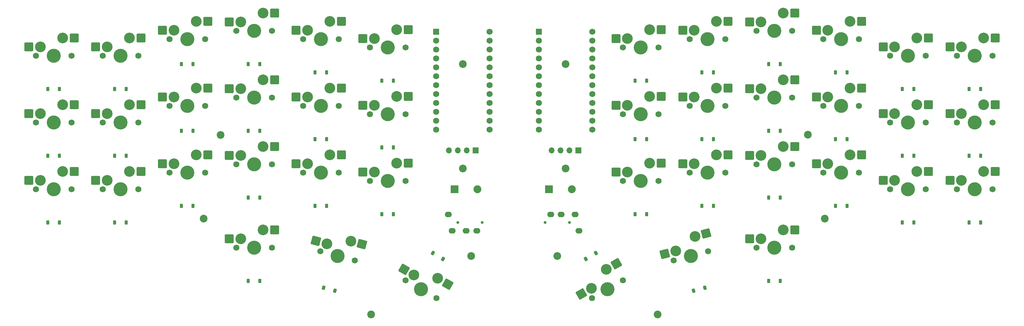
<source format=gbr>
%TF.GenerationSoftware,KiCad,Pcbnew,9.0.6*%
%TF.CreationDate,2025-12-07T00:05:39-06:00*%
%TF.ProjectId,SplitKeyboard,53706c69-744b-4657-9962-6f6172642e6b,rev?*%
%TF.SameCoordinates,Original*%
%TF.FileFunction,Soldermask,Bot*%
%TF.FilePolarity,Negative*%
%FSLAX46Y46*%
G04 Gerber Fmt 4.6, Leading zero omitted, Abs format (unit mm)*
G04 Created by KiCad (PCBNEW 9.0.6) date 2025-12-07 00:05:39*
%MOMM*%
%LPD*%
G01*
G04 APERTURE LIST*
G04 Aperture macros list*
%AMRoundRect*
0 Rectangle with rounded corners*
0 $1 Rounding radius*
0 $2 $3 $4 $5 $6 $7 $8 $9 X,Y pos of 4 corners*
0 Add a 4 corners polygon primitive as box body*
4,1,4,$2,$3,$4,$5,$6,$7,$8,$9,$2,$3,0*
0 Add four circle primitives for the rounded corners*
1,1,$1+$1,$2,$3*
1,1,$1+$1,$4,$5*
1,1,$1+$1,$6,$7*
1,1,$1+$1,$8,$9*
0 Add four rect primitives between the rounded corners*
20,1,$1+$1,$2,$3,$4,$5,0*
20,1,$1+$1,$4,$5,$6,$7,0*
20,1,$1+$1,$6,$7,$8,$9,0*
20,1,$1+$1,$8,$9,$2,$3,0*%
G04 Aperture macros list end*
%ADD10C,1.750000*%
%ADD11C,3.050000*%
%ADD12C,4.000000*%
%ADD13RoundRect,0.250000X-1.025000X-1.000000X1.025000X-1.000000X1.025000X1.000000X-1.025000X1.000000X0*%
%ADD14C,2.200000*%
%ADD15RoundRect,0.250000X-1.387676X-0.353525X0.387676X-1.378525X1.387676X0.353525X-0.387676X1.378525X0*%
%ADD16R,1.752600X1.752600*%
%ADD17C,1.752600*%
%ADD18C,0.800000*%
%ADD19O,2.000000X1.600000*%
%ADD20R,2.250000X2.250000*%
%ADD21C,2.250000*%
%ADD22RoundRect,0.250000X-0.387676X-1.378525X1.387676X-0.353525X0.387676X1.378525X-1.387676X0.353525X0*%
%ADD23RoundRect,0.250000X-0.731255X-1.231215X1.248893X-0.700636X0.731255X1.231215X-1.248893X0.700636X0*%
%ADD24R,1.700000X1.700000*%
%ADD25O,1.700000X1.700000*%
%ADD26RoundRect,0.250000X-1.248893X-0.700636X0.731255X-1.231215X1.248893X0.700636X-0.731255X1.231215X0*%
%ADD27RoundRect,0.225000X0.225000X0.375000X-0.225000X0.375000X-0.225000X-0.375000X0.225000X-0.375000X0*%
%ADD28RoundRect,0.225000X0.007356X0.437260X-0.382356X0.212260X-0.007356X-0.437260X0.382356X-0.212260X0*%
%ADD29RoundRect,0.225000X0.314390X0.303988X-0.120276X0.420456X-0.314390X-0.303988X0.120276X-0.420456X0*%
%ADD30RoundRect,0.225000X0.382356X0.212260X-0.007356X0.437260X-0.382356X-0.212260X0.007356X-0.437260X0*%
%ADD31RoundRect,0.225000X0.120276X0.420456X-0.314390X0.303988X-0.120276X-0.420456X0.314390X-0.303988X0*%
G04 APERTURE END LIST*
D10*
%TO.C,SW22*%
X180435404Y-68887721D03*
D11*
X181705404Y-66347721D03*
D12*
X185515404Y-68887721D03*
D11*
X188055404Y-63807721D03*
D10*
X190595404Y-68887721D03*
D13*
X178430404Y-66347721D03*
X191357404Y-63807721D03*
%TD*%
D14*
%TO.C,H6*%
X134768750Y-73650000D03*
%TD*%
D10*
%TO.C,SW21*%
X118463091Y-135403750D03*
D11*
X120832943Y-133839046D03*
D12*
X122862500Y-137943750D03*
D11*
X127602205Y-134814341D03*
D10*
X127261909Y-140483750D03*
D15*
X117996710Y-132201545D03*
X130461820Y-136465341D03*
%TD*%
D14*
%TO.C,H9*%
X137150000Y-128418750D03*
%TD*%
D10*
%TO.C,SW37*%
X237585404Y-104606471D03*
D11*
X238855404Y-102066471D03*
D12*
X242665404Y-104606471D03*
D11*
X245205404Y-99526471D03*
D10*
X247745404Y-104606471D03*
D13*
X235580404Y-102066471D03*
X248507404Y-99526471D03*
%TD*%
D14*
%TO.C,H3*%
X190277904Y-145087721D03*
%TD*%
D10*
%TO.C,SW1*%
X13007500Y-71268750D03*
D11*
X14277500Y-68728750D03*
D12*
X18087500Y-71268750D03*
D11*
X20627500Y-66188750D03*
D10*
X23167500Y-71268750D03*
D13*
X11002500Y-68728750D03*
X23929500Y-66188750D03*
%TD*%
D16*
%TO.C,U2*%
X127148750Y-64442500D03*
D17*
X127148750Y-66982500D03*
X127148750Y-69522500D03*
X127148750Y-72062500D03*
X127148750Y-74602500D03*
X127148750Y-77142500D03*
X127148750Y-79682500D03*
X127148750Y-82222500D03*
X127148750Y-84762500D03*
X127148750Y-87302500D03*
X127148750Y-89842500D03*
X127148750Y-92382500D03*
X142388750Y-92382500D03*
X142388750Y-89842500D03*
X142388750Y-87302500D03*
X142388750Y-84762500D03*
X142388750Y-82222500D03*
X142388750Y-79682500D03*
X142388750Y-77142500D03*
X142388750Y-74602500D03*
X142388750Y-72062500D03*
X142388750Y-69522500D03*
X142388750Y-66982500D03*
X142388750Y-64442500D03*
%TD*%
D14*
%TO.C,H8*%
X108575000Y-145087500D03*
%TD*%
D18*
%TO.C,U4*%
X158190403Y-118893971D03*
X165190404Y-118893971D03*
D19*
X167890404Y-121193970D03*
X166790404Y-116593970D03*
X162790403Y-116593971D03*
X159790405Y-116593972D03*
%TD*%
D10*
%TO.C,SW36*%
X218535404Y-102225221D03*
D11*
X219805404Y-99685221D03*
D12*
X223615404Y-102225221D03*
D11*
X226155404Y-97145221D03*
D10*
X228695404Y-102225221D03*
D13*
X216530404Y-99685221D03*
X229457404Y-97145221D03*
%TD*%
D10*
%TO.C,SW23*%
X199485404Y-66506471D03*
D11*
X200755404Y-63966471D03*
D12*
X204565404Y-66506471D03*
D11*
X207105404Y-61426471D03*
D10*
X209645404Y-66506471D03*
D13*
X197480404Y-63966471D03*
X210407404Y-61426471D03*
%TD*%
D10*
%TO.C,SW35*%
X199485404Y-104606471D03*
D11*
X200755404Y-102066471D03*
D12*
X204565404Y-104606471D03*
D11*
X207105404Y-99526471D03*
D10*
X209645404Y-104606471D03*
D13*
X197480404Y-102066471D03*
X210407404Y-99526471D03*
%TD*%
D10*
%TO.C,SW16*%
X70157500Y-102225000D03*
D11*
X71427500Y-99685000D03*
D12*
X75237500Y-102225000D03*
D11*
X77777500Y-97145000D03*
D10*
X80317500Y-102225000D03*
D13*
X68152500Y-99685000D03*
X81079500Y-97145000D03*
%TD*%
D10*
%TO.C,SW15*%
X51107500Y-104606250D03*
D11*
X52377500Y-102066250D03*
D12*
X56187500Y-104606250D03*
D11*
X58727500Y-99526250D03*
D10*
X61267500Y-104606250D03*
D13*
X49102500Y-102066250D03*
X62029500Y-99526250D03*
%TD*%
D20*
%TO.C,SW44*%
X159321654Y-109368971D03*
D21*
X165821654Y-109368971D03*
%TD*%
D14*
%TO.C,H5*%
X237980585Y-117727207D03*
%TD*%
D10*
%TO.C,SW38*%
X256635404Y-109368971D03*
D11*
X257905404Y-106828971D03*
D12*
X261715404Y-109368971D03*
D11*
X264255404Y-104288971D03*
D10*
X266795404Y-109368971D03*
D13*
X254630404Y-106828971D03*
X267557404Y-104288971D03*
%TD*%
D10*
%TO.C,SW9*%
X51107500Y-85556250D03*
D11*
X52377500Y-83016250D03*
D12*
X56187500Y-85556250D03*
D11*
X58727500Y-80476250D03*
D10*
X61267500Y-85556250D03*
D13*
X49102500Y-83016250D03*
X62029500Y-80476250D03*
%TD*%
D10*
%TO.C,SW30*%
X218535404Y-83175221D03*
D11*
X219805404Y-80635221D03*
D12*
X223615404Y-83175221D03*
D11*
X226155404Y-78095221D03*
D10*
X228695404Y-83175221D03*
D13*
X216530404Y-80635221D03*
X229457404Y-78095221D03*
%TD*%
D10*
%TO.C,SW27*%
X275685404Y-71268971D03*
D11*
X276955404Y-68728971D03*
D12*
X280765404Y-71268971D03*
D11*
X283305404Y-66188971D03*
D10*
X285845404Y-71268971D03*
D13*
X273680404Y-68728971D03*
X286607404Y-66188971D03*
%TD*%
D10*
%TO.C,SW26*%
X256635404Y-71268971D03*
D11*
X257905404Y-68728971D03*
D12*
X261715404Y-71268971D03*
D11*
X264255404Y-66188971D03*
D10*
X266795404Y-71268971D03*
D13*
X254630404Y-68728971D03*
X267557404Y-66188971D03*
%TD*%
D10*
%TO.C,SW4*%
X70157500Y-64125000D03*
D11*
X71427500Y-61585000D03*
D12*
X75237500Y-64125000D03*
D11*
X77777500Y-59045000D03*
D10*
X80317500Y-64125000D03*
D13*
X68152500Y-61585000D03*
X81079500Y-59045000D03*
%TD*%
D10*
%TO.C,SW18*%
X108257500Y-106987500D03*
D11*
X109527500Y-104447500D03*
D12*
X113337500Y-106987500D03*
D11*
X115877500Y-101907500D03*
D10*
X118417500Y-106987500D03*
D13*
X106252500Y-104447500D03*
X119179500Y-101907500D03*
%TD*%
D10*
%TO.C,SW42*%
X218535404Y-126037721D03*
D11*
X219805404Y-123497721D03*
D12*
X223615404Y-126037721D03*
D11*
X226155404Y-120957721D03*
D10*
X228695404Y-126037721D03*
D13*
X216530404Y-123497721D03*
X229457404Y-120957721D03*
%TD*%
D14*
%TO.C,H1*%
X164084154Y-73650221D03*
%TD*%
D10*
%TO.C,SW31*%
X237585404Y-85556471D03*
D11*
X238855404Y-83016471D03*
D12*
X242665404Y-85556471D03*
D11*
X245205404Y-80476471D03*
D10*
X247745404Y-85556471D03*
D13*
X235580404Y-83016471D03*
X248507404Y-80476471D03*
%TD*%
D10*
%TO.C,SW32*%
X256635404Y-90318971D03*
D11*
X257905404Y-87778971D03*
D12*
X261715404Y-90318971D03*
D11*
X264255404Y-85238971D03*
D10*
X266795404Y-90318971D03*
D13*
X254630404Y-87778971D03*
X267557404Y-85238971D03*
%TD*%
D18*
%TO.C,U1*%
X133312500Y-118893750D03*
X140312501Y-118893751D03*
D19*
X130612500Y-116593749D03*
X131712499Y-121193750D03*
X135712499Y-121193749D03*
X138712501Y-121193750D03*
%TD*%
D10*
%TO.C,SW40*%
X171590995Y-140483971D03*
D11*
X171420847Y-137649266D03*
D12*
X175990404Y-137943971D03*
D11*
X175650109Y-132274561D03*
D10*
X180389813Y-135403971D03*
D22*
X168584614Y-139286766D03*
X178509724Y-130623562D03*
%TD*%
D10*
%TO.C,SW39*%
X275685404Y-109368971D03*
D11*
X276955404Y-106828971D03*
D12*
X280765404Y-109368971D03*
D11*
X283305404Y-104288971D03*
D10*
X285845404Y-109368971D03*
D13*
X273680404Y-106828971D03*
X286607404Y-104288971D03*
%TD*%
D14*
%TO.C,H10*%
X60881250Y-117768750D03*
%TD*%
D10*
%TO.C,SW10*%
X70157500Y-83175000D03*
D11*
X71427500Y-80635000D03*
D12*
X75237500Y-83175000D03*
D11*
X77777500Y-78095000D03*
D10*
X80317500Y-83175000D03*
D13*
X68152500Y-80635000D03*
X81079500Y-78095000D03*
%TD*%
D10*
%TO.C,SW33*%
X275685404Y-90318971D03*
D11*
X276955404Y-87778971D03*
D12*
X280765404Y-90318971D03*
D11*
X283305404Y-85238971D03*
D10*
X285845404Y-90318971D03*
D13*
X273680404Y-87778971D03*
X286607404Y-85238971D03*
%TD*%
D10*
%TO.C,SW14*%
X32057500Y-109368750D03*
D11*
X33327500Y-106828750D03*
D12*
X37137500Y-109368750D03*
D11*
X39677500Y-104288750D03*
D10*
X42217500Y-109368750D03*
D13*
X30052500Y-106828750D03*
X42979500Y-104288750D03*
%TD*%
D10*
%TO.C,SW41*%
X194896001Y-129733772D03*
D11*
X195465326Y-126951620D03*
D12*
X199802904Y-128418971D03*
D11*
X200941555Y-122854667D03*
D10*
X204709807Y-127104170D03*
D23*
X192301919Y-127799252D03*
X204131042Y-122000047D03*
%TD*%
D10*
%TO.C,SW8*%
X32057500Y-90318750D03*
D11*
X33327500Y-87778750D03*
D12*
X37137500Y-90318750D03*
D11*
X39677500Y-85238750D03*
D10*
X42217500Y-90318750D03*
D13*
X30052500Y-87778750D03*
X42979500Y-85238750D03*
%TD*%
D14*
%TO.C,H4*%
X164084154Y-103415846D03*
%TD*%
D10*
%TO.C,SW29*%
X199485404Y-85556471D03*
D11*
X200755404Y-83016471D03*
D12*
X204565404Y-85556471D03*
D11*
X207105404Y-80476471D03*
D10*
X209645404Y-85556471D03*
D13*
X197480404Y-83016471D03*
X210407404Y-80476471D03*
%TD*%
D16*
%TO.C,U3*%
X156464154Y-64442721D03*
D17*
X156464154Y-66982721D03*
X156464154Y-69522721D03*
X156464154Y-72062721D03*
X156464154Y-74602721D03*
X156464154Y-77142721D03*
X156464154Y-79682721D03*
X156464154Y-82222721D03*
X156464154Y-84762721D03*
X156464154Y-87302721D03*
X156464154Y-89842721D03*
X156464154Y-92382721D03*
X171704154Y-92382721D03*
X171704154Y-89842721D03*
X171704154Y-87302721D03*
X171704154Y-84762721D03*
X171704154Y-82222721D03*
X171704154Y-79682721D03*
X171704154Y-77142721D03*
X171704154Y-74602721D03*
X171704154Y-72062721D03*
X171704154Y-69522721D03*
X171704154Y-66982721D03*
X171704154Y-64442721D03*
%TD*%
D10*
%TO.C,SW17*%
X89207500Y-104606250D03*
D11*
X90477500Y-102066250D03*
D12*
X94287500Y-104606250D03*
D11*
X96827500Y-99526250D03*
D10*
X99367500Y-104606250D03*
D13*
X87202500Y-102066250D03*
X100129500Y-99526250D03*
%TD*%
D10*
%TO.C,SW6*%
X108257500Y-68887500D03*
D11*
X109527500Y-66347500D03*
D12*
X113337500Y-68887500D03*
D11*
X115877500Y-63807500D03*
D10*
X118417500Y-68887500D03*
D13*
X106252500Y-66347500D03*
X119179500Y-63807500D03*
%TD*%
D10*
%TO.C,SW12*%
X108257500Y-87937500D03*
D11*
X109527500Y-85397500D03*
D12*
X113337500Y-87937500D03*
D11*
X115877500Y-82857500D03*
D10*
X118417500Y-87937500D03*
D13*
X106252500Y-85397500D03*
X119179500Y-82857500D03*
%TD*%
D10*
%TO.C,SW28*%
X180435404Y-87937721D03*
D11*
X181705404Y-85397721D03*
D12*
X185515404Y-87937721D03*
D11*
X188055404Y-82857721D03*
D10*
X190595404Y-87937721D03*
D13*
X178430404Y-85397721D03*
X191357404Y-82857721D03*
%TD*%
D14*
%TO.C,H2*%
X233176567Y-93794411D03*
%TD*%
D10*
%TO.C,SW2*%
X32057500Y-71268750D03*
D11*
X33327500Y-68728750D03*
D12*
X37137500Y-71268750D03*
D11*
X39677500Y-66188750D03*
D10*
X42217500Y-71268750D03*
D13*
X30052500Y-68728750D03*
X42979500Y-66188750D03*
%TD*%
D10*
%TO.C,SW19*%
X70157500Y-126037500D03*
D11*
X71427500Y-123497500D03*
D12*
X75237500Y-126037500D03*
D11*
X77777500Y-120957500D03*
D10*
X80317500Y-126037500D03*
D13*
X68152500Y-123497500D03*
X81079500Y-120957500D03*
%TD*%
D24*
%TO.C,J2*%
X167709156Y-98243971D03*
D25*
X165169153Y-98243971D03*
X162629153Y-98243971D03*
X160089154Y-98243971D03*
%TD*%
D10*
%TO.C,SW7*%
X13007500Y-90318750D03*
D11*
X14277500Y-87778750D03*
D12*
X18087500Y-90318750D03*
D11*
X20627500Y-85238750D03*
D10*
X23167500Y-90318750D03*
D13*
X11002500Y-87778750D03*
X23929500Y-85238750D03*
%TD*%
D10*
%TO.C,SW24*%
X218535404Y-64125221D03*
D11*
X219805404Y-61585221D03*
D12*
X223615404Y-64125221D03*
D11*
X226155404Y-59045221D03*
D10*
X228695404Y-64125221D03*
D13*
X216530404Y-61585221D03*
X229457404Y-59045221D03*
%TD*%
D14*
%TO.C,H7*%
X65712500Y-93890625D03*
%TD*%
D10*
%TO.C,SW11*%
X89207500Y-85556250D03*
D11*
X90477500Y-83016250D03*
D12*
X94287500Y-85556250D03*
D11*
X96827500Y-80476250D03*
D10*
X99367500Y-85556250D03*
D13*
X87202500Y-83016250D03*
X100129500Y-80476250D03*
%TD*%
D24*
%TO.C,J1*%
X138400001Y-98243750D03*
D25*
X135859998Y-98243750D03*
X133319998Y-98243750D03*
X130779999Y-98243750D03*
%TD*%
D20*
%TO.C,SW43*%
X132387500Y-109368750D03*
D21*
X138887500Y-109368750D03*
%TD*%
D14*
%TO.C,H4*%
X161702904Y-128418971D03*
%TD*%
%TO.C,H4*%
X134768750Y-103415625D03*
%TD*%
D10*
%TO.C,SW13*%
X13007500Y-109368750D03*
D11*
X14277500Y-106828750D03*
D12*
X18087500Y-109368750D03*
D11*
X20627500Y-104288750D03*
D10*
X23167500Y-109368750D03*
D13*
X11002500Y-106828750D03*
X23929500Y-104288750D03*
%TD*%
D10*
%TO.C,SW3*%
X51107500Y-66506250D03*
D11*
X52377500Y-63966250D03*
D12*
X56187500Y-66506250D03*
D11*
X58727500Y-61426250D03*
D10*
X61267500Y-66506250D03*
D13*
X49102500Y-63966250D03*
X62029500Y-61426250D03*
%TD*%
D10*
%TO.C,SW5*%
X89207500Y-66506250D03*
D11*
X90477500Y-63966250D03*
D12*
X94287500Y-66506250D03*
D11*
X96827500Y-61426250D03*
D10*
X99367500Y-66506250D03*
D13*
X87202500Y-63966250D03*
X100129500Y-61426250D03*
%TD*%
D10*
%TO.C,SW25*%
X237585404Y-66506471D03*
D11*
X238855404Y-63966471D03*
D12*
X242665404Y-66506471D03*
D11*
X245205404Y-61426471D03*
D10*
X247745404Y-66506471D03*
D13*
X235580404Y-63966471D03*
X248507404Y-61426471D03*
%TD*%
D10*
%TO.C,SW34*%
X180435404Y-106987721D03*
D11*
X181705404Y-104447721D03*
D12*
X185515404Y-106987721D03*
D11*
X188055404Y-101907721D03*
D10*
X190595404Y-106987721D03*
D13*
X178430404Y-104447721D03*
X191357404Y-101907721D03*
%TD*%
D10*
%TO.C,SW20*%
X94143097Y-127103949D03*
D11*
X96027223Y-124979198D03*
D12*
X99050000Y-128418750D03*
D11*
X102818253Y-124169247D03*
D10*
X103956903Y-129733551D03*
D26*
X92863816Y-124131565D03*
X106007739Y-125023868D03*
%TD*%
D27*
%TO.C,D33*%
X282415404Y-99843971D03*
X279115404Y-99843971D03*
%TD*%
%TO.C,D36*%
X225265404Y-111750221D03*
X221965404Y-111750221D03*
%TD*%
%TO.C,D23*%
X206215404Y-76031471D03*
X202915404Y-76031471D03*
%TD*%
%TO.C,D10*%
X76887500Y-92700000D03*
X73587500Y-92700000D03*
%TD*%
%TO.C,D13*%
X19737500Y-118893750D03*
X16437500Y-118893750D03*
%TD*%
%TO.C,D26*%
X263365402Y-80793971D03*
X260065406Y-80793971D03*
%TD*%
D28*
%TO.C,D40*%
X172656845Y-127593971D03*
X169798963Y-129243971D03*
%TD*%
D27*
%TO.C,D38*%
X263365404Y-118893971D03*
X260065404Y-118893971D03*
%TD*%
%TO.C,D29*%
X206215404Y-95081471D03*
X202915404Y-95081471D03*
%TD*%
%TO.C,D39*%
X282415404Y-118893971D03*
X279115404Y-118893971D03*
%TD*%
%TO.C,D35*%
X206215404Y-114131471D03*
X202915404Y-114131471D03*
%TD*%
%TO.C,D16*%
X76887500Y-111750000D03*
X73587500Y-111750000D03*
%TD*%
%TO.C,D24*%
X225265404Y-73650221D03*
X221965404Y-73650221D03*
%TD*%
%TO.C,D28*%
X187165404Y-95081471D03*
X183865404Y-95081471D03*
%TD*%
%TO.C,D14*%
X38787500Y-118893750D03*
X35487500Y-118893750D03*
%TD*%
%TO.C,D18*%
X114987500Y-116512500D03*
X111687500Y-116512500D03*
%TD*%
D29*
%TO.C,D20*%
X98262528Y-138370800D03*
X95074972Y-137516700D03*
%TD*%
D27*
%TO.C,D1*%
X19737500Y-80793750D03*
X16437500Y-80793750D03*
%TD*%
%TO.C,D17*%
X95937500Y-114131250D03*
X92637500Y-114131250D03*
%TD*%
D30*
%TO.C,D21*%
X129053942Y-129243749D03*
X126196058Y-127593751D03*
%TD*%
D27*
%TO.C,D42*%
X225265404Y-135562721D03*
X221965404Y-135562721D03*
%TD*%
D31*
%TO.C,D41*%
X203777931Y-137516919D03*
X200590377Y-138371023D03*
%TD*%
D27*
%TO.C,D9*%
X57837500Y-92700000D03*
X54537500Y-92700000D03*
%TD*%
%TO.C,D12*%
X114987500Y-97462500D03*
X111687500Y-97462500D03*
%TD*%
%TO.C,D5*%
X95937500Y-76031250D03*
X92637500Y-76031250D03*
%TD*%
%TO.C,D4*%
X76887500Y-73650000D03*
X73587500Y-73650000D03*
%TD*%
%TO.C,D6*%
X114987500Y-78412500D03*
X111687500Y-78412500D03*
%TD*%
%TO.C,D7*%
X19737500Y-99843750D03*
X16437500Y-99843750D03*
%TD*%
%TO.C,D31*%
X244315404Y-95081471D03*
X241015404Y-95081471D03*
%TD*%
%TO.C,D37*%
X244315404Y-114131471D03*
X241015404Y-114131471D03*
%TD*%
%TO.C,D19*%
X76887500Y-135562500D03*
X73587500Y-135562500D03*
%TD*%
%TO.C,D8*%
X38787500Y-99843750D03*
X35487500Y-99843750D03*
%TD*%
%TO.C,D2*%
X38787500Y-80793750D03*
X35487500Y-80793750D03*
%TD*%
%TO.C,D15*%
X57837500Y-114131250D03*
X54537500Y-114131250D03*
%TD*%
%TO.C,D22*%
X187165404Y-78412721D03*
X183865404Y-78412721D03*
%TD*%
%TO.C,D32*%
X263365404Y-99843971D03*
X260065404Y-99843971D03*
%TD*%
%TO.C,D11*%
X95937500Y-95081250D03*
X92637500Y-95081250D03*
%TD*%
%TO.C,D30*%
X225265404Y-92700221D03*
X221965404Y-92700221D03*
%TD*%
%TO.C,D25*%
X244315404Y-76031471D03*
X241015404Y-76031471D03*
%TD*%
%TO.C,D27*%
X282415404Y-80793971D03*
X279115404Y-80793971D03*
%TD*%
%TO.C,D34*%
X187165404Y-116512721D03*
X183865404Y-116512721D03*
%TD*%
%TO.C,D3*%
X57837500Y-73650000D03*
X54537500Y-73650000D03*
%TD*%
M02*

</source>
